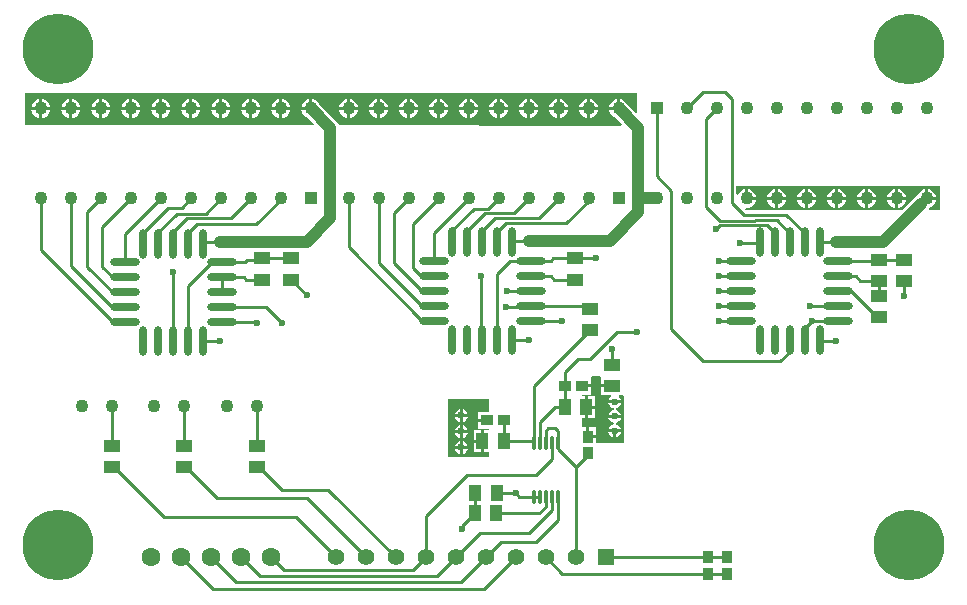
<source format=gtl>
G04*
G04 #@! TF.GenerationSoftware,Altium Limited,Altium Designer,18.1.11 (251)*
G04*
G04 Layer_Physical_Order=1*
G04 Layer_Color=255*
%FSLAX25Y25*%
%MOIN*%
G70*
G01*
G75*
%ADD11C,0.02362*%
%ADD15O,0.09843X0.02559*%
%ADD16O,0.02559X0.09843*%
%ADD17O,0.01378X0.05315*%
%ADD18R,0.03937X0.05315*%
%ADD19R,0.03740X0.04331*%
%ADD20R,0.04331X0.03740*%
%ADD21R,0.05315X0.03937*%
%ADD36C,0.01000*%
%ADD37C,0.03937*%
%ADD38R,0.04331X0.04331*%
%ADD39C,0.04331*%
%ADD40C,0.05504*%
%ADD41R,0.05504X0.05504*%
%ADD42C,0.06299*%
%ADD43C,0.23622*%
%ADD44C,0.02362*%
G36*
X208661Y160124D02*
X208200Y159932D01*
X205335Y162797D01*
X205245Y163014D01*
X204738Y163675D01*
X204077Y164182D01*
X203307Y164501D01*
X202980Y164544D01*
Y161417D01*
X202480D01*
Y160917D01*
X199354D01*
X199396Y160591D01*
X199715Y159821D01*
X200223Y159160D01*
X200884Y158652D01*
X201101Y158563D01*
X203552Y156111D01*
X203360Y155649D01*
X109177Y155771D01*
X108892Y156458D01*
X108416Y157078D01*
X102697Y162797D01*
X102607Y163014D01*
X102100Y163675D01*
X101439Y164182D01*
X100669Y164501D01*
X100343Y164544D01*
Y161417D01*
X99843D01*
Y160917D01*
X96716D01*
X96759Y160591D01*
X97078Y159821D01*
X97585Y159160D01*
X98246Y158652D01*
X98463Y158563D01*
X100782Y156244D01*
X100590Y155782D01*
X4724Y155905D01*
Y166535D01*
X208661D01*
Y160124D01*
D02*
G37*
G36*
X309449Y127559D02*
X306242D01*
X305983Y128000D01*
X306164Y128424D01*
X306714Y128652D01*
X307376Y129160D01*
X307883Y129821D01*
X308202Y130591D01*
X308245Y130917D01*
X305118D01*
Y131417D01*
X304618D01*
Y134544D01*
X304292Y134501D01*
X303522Y134182D01*
X302861Y133675D01*
X302353Y133014D01*
X302082Y132358D01*
X301889Y132278D01*
X301269Y131802D01*
X297025Y127559D01*
X244844D01*
X244680Y127778D01*
X244954Y128246D01*
X245118Y128225D01*
X245944Y128333D01*
X246714Y128652D01*
X247376Y129160D01*
X247883Y129821D01*
X248202Y130591D01*
X248245Y130917D01*
X245118D01*
Y131417D01*
X244618D01*
Y134544D01*
X244292Y134501D01*
X243522Y134182D01*
X242861Y133675D01*
X242353Y133014D01*
X242187Y132612D01*
X241687Y132712D01*
Y135433D01*
X309449D01*
Y127559D01*
D02*
G37*
G36*
X196673Y71866D02*
X196673Y71547D01*
Y69398D01*
X200330D01*
Y68398D01*
X196673D01*
Y65929D01*
X199769D01*
X199920Y65429D01*
X199609Y65221D01*
X199127Y64499D01*
X199057Y64148D01*
X203306D01*
X203236Y64499D01*
X202754Y65221D01*
X202442Y65429D01*
X202593Y65929D01*
X203831D01*
X203988Y65929D01*
X204331Y65571D01*
Y49902D01*
X194996D01*
Y51468D01*
X192126D01*
Y51968D01*
X191626D01*
Y55134D01*
X190157D01*
Y58153D01*
X191232D01*
Y61811D01*
Y65469D01*
X190157D01*
Y66028D01*
X193323D01*
Y68398D01*
X190157D01*
Y69398D01*
X193323D01*
Y71768D01*
X193707Y72047D01*
X196248D01*
X196673Y71866D01*
D02*
G37*
G36*
X159109Y60350D02*
X155496D01*
Y57980D01*
X158661D01*
Y56980D01*
X155496D01*
Y54610D01*
X159109D01*
Y54051D01*
X157587D01*
Y50394D01*
Y46736D01*
X159109D01*
Y45419D01*
X159016Y45325D01*
X145669D01*
Y64567D01*
X159109D01*
Y60350D01*
D02*
G37*
%LPC*%
G36*
X90342Y164544D02*
Y161917D01*
X92969D01*
X92926Y162244D01*
X92607Y163014D01*
X92100Y163675D01*
X91439Y164182D01*
X90669Y164501D01*
X90342Y164544D01*
D02*
G37*
G36*
X80343D02*
Y161917D01*
X82969D01*
X82926Y162244D01*
X82607Y163014D01*
X82100Y163675D01*
X81439Y164182D01*
X80669Y164501D01*
X80343Y164544D01*
D02*
G37*
G36*
X70342D02*
Y161917D01*
X72969D01*
X72926Y162244D01*
X72607Y163014D01*
X72100Y163675D01*
X71439Y164182D01*
X70669Y164501D01*
X70342Y164544D01*
D02*
G37*
G36*
X60343D02*
Y161917D01*
X62969D01*
X62926Y162244D01*
X62607Y163014D01*
X62100Y163675D01*
X61439Y164182D01*
X60669Y164501D01*
X60343Y164544D01*
D02*
G37*
G36*
X50343D02*
Y161917D01*
X52969D01*
X52926Y162244D01*
X52607Y163014D01*
X52100Y163675D01*
X51439Y164182D01*
X50669Y164501D01*
X50343Y164544D01*
D02*
G37*
G36*
X40343D02*
Y161917D01*
X42969D01*
X42926Y162244D01*
X42607Y163014D01*
X42100Y163675D01*
X41439Y164182D01*
X40669Y164501D01*
X40343Y164544D01*
D02*
G37*
G36*
X30343D02*
Y161917D01*
X32969D01*
X32926Y162244D01*
X32607Y163014D01*
X32100Y163675D01*
X31439Y164182D01*
X30669Y164501D01*
X30343Y164544D01*
D02*
G37*
G36*
X20343D02*
Y161917D01*
X22969D01*
X22926Y162244D01*
X22607Y163014D01*
X22100Y163675D01*
X21439Y164182D01*
X20669Y164501D01*
X20343Y164544D01*
D02*
G37*
G36*
X10343D02*
Y161917D01*
X12969D01*
X12926Y162244D01*
X12607Y163014D01*
X12100Y163675D01*
X11439Y164182D01*
X10669Y164501D01*
X10343Y164544D01*
D02*
G37*
G36*
X99343D02*
X99016Y164501D01*
X98246Y164182D01*
X97585Y163675D01*
X97078Y163014D01*
X96759Y162244D01*
X96716Y161917D01*
X99343D01*
Y164544D01*
D02*
G37*
G36*
X89342D02*
X89016Y164501D01*
X88246Y164182D01*
X87585Y163675D01*
X87078Y163014D01*
X86759Y162244D01*
X86716Y161917D01*
X89342D01*
Y164544D01*
D02*
G37*
G36*
X79343D02*
X79016Y164501D01*
X78246Y164182D01*
X77585Y163675D01*
X77078Y163014D01*
X76759Y162244D01*
X76716Y161917D01*
X79343D01*
Y164544D01*
D02*
G37*
G36*
X69342D02*
X69016Y164501D01*
X68246Y164182D01*
X67585Y163675D01*
X67078Y163014D01*
X66759Y162244D01*
X66716Y161917D01*
X69342D01*
Y164544D01*
D02*
G37*
G36*
X59342D02*
X59016Y164501D01*
X58246Y164182D01*
X57585Y163675D01*
X57078Y163014D01*
X56759Y162244D01*
X56716Y161917D01*
X59342D01*
Y164544D01*
D02*
G37*
G36*
X49343D02*
X49016Y164501D01*
X48246Y164182D01*
X47585Y163675D01*
X47078Y163014D01*
X46759Y162244D01*
X46716Y161917D01*
X49343D01*
Y164544D01*
D02*
G37*
G36*
X39342D02*
X39016Y164501D01*
X38246Y164182D01*
X37585Y163675D01*
X37078Y163014D01*
X36759Y162244D01*
X36716Y161917D01*
X39342D01*
Y164544D01*
D02*
G37*
G36*
X29342D02*
X29016Y164501D01*
X28246Y164182D01*
X27585Y163675D01*
X27078Y163014D01*
X26759Y162244D01*
X26716Y161917D01*
X29342D01*
Y164544D01*
D02*
G37*
G36*
X19342D02*
X19016Y164501D01*
X18246Y164182D01*
X17585Y163675D01*
X17078Y163014D01*
X16759Y162244D01*
X16716Y161917D01*
X19342D01*
Y164544D01*
D02*
G37*
G36*
X9342D02*
X9016Y164501D01*
X8246Y164182D01*
X7585Y163675D01*
X7078Y163014D01*
X6759Y162244D01*
X6716Y161917D01*
X9342D01*
Y164544D01*
D02*
G37*
G36*
X192980D02*
Y161917D01*
X195607D01*
X195564Y162244D01*
X195245Y163014D01*
X194738Y163675D01*
X194077Y164182D01*
X193307Y164501D01*
X192980Y164544D01*
D02*
G37*
G36*
X182980D02*
Y161917D01*
X185607D01*
X185564Y162244D01*
X185245Y163014D01*
X184738Y163675D01*
X184077Y164182D01*
X183307Y164501D01*
X182980Y164544D01*
D02*
G37*
G36*
X172980D02*
Y161917D01*
X175607D01*
X175564Y162244D01*
X175245Y163014D01*
X174738Y163675D01*
X174077Y164182D01*
X173307Y164501D01*
X172980Y164544D01*
D02*
G37*
G36*
X162980D02*
Y161917D01*
X165607D01*
X165564Y162244D01*
X165245Y163014D01*
X164738Y163675D01*
X164077Y164182D01*
X163307Y164501D01*
X162980Y164544D01*
D02*
G37*
G36*
X152980D02*
Y161917D01*
X155607D01*
X155564Y162244D01*
X155245Y163014D01*
X154738Y163675D01*
X154077Y164182D01*
X153307Y164501D01*
X152980Y164544D01*
D02*
G37*
G36*
X142980D02*
Y161917D01*
X145607D01*
X145564Y162244D01*
X145245Y163014D01*
X144738Y163675D01*
X144077Y164182D01*
X143307Y164501D01*
X142980Y164544D01*
D02*
G37*
G36*
X132980D02*
Y161917D01*
X135607D01*
X135564Y162244D01*
X135245Y163014D01*
X134738Y163675D01*
X134077Y164182D01*
X133307Y164501D01*
X132980Y164544D01*
D02*
G37*
G36*
X122980D02*
Y161917D01*
X125607D01*
X125564Y162244D01*
X125245Y163014D01*
X124738Y163675D01*
X124077Y164182D01*
X123307Y164501D01*
X122980Y164544D01*
D02*
G37*
G36*
X112980D02*
Y161917D01*
X115607D01*
X115564Y162244D01*
X115245Y163014D01*
X114738Y163675D01*
X114077Y164182D01*
X113307Y164501D01*
X112980Y164544D01*
D02*
G37*
G36*
X201980D02*
X201654Y164501D01*
X200884Y164182D01*
X200223Y163675D01*
X199715Y163014D01*
X199396Y162244D01*
X199354Y161917D01*
X201980D01*
Y164544D01*
D02*
G37*
G36*
X191980D02*
X191654Y164501D01*
X190884Y164182D01*
X190223Y163675D01*
X189715Y163014D01*
X189396Y162244D01*
X189354Y161917D01*
X191980D01*
Y164544D01*
D02*
G37*
G36*
X181980D02*
X181654Y164501D01*
X180884Y164182D01*
X180223Y163675D01*
X179715Y163014D01*
X179396Y162244D01*
X179353Y161917D01*
X181980D01*
Y164544D01*
D02*
G37*
G36*
X171980D02*
X171654Y164501D01*
X170884Y164182D01*
X170223Y163675D01*
X169715Y163014D01*
X169396Y162244D01*
X169353Y161917D01*
X171980D01*
Y164544D01*
D02*
G37*
G36*
X161980D02*
X161654Y164501D01*
X160884Y164182D01*
X160223Y163675D01*
X159715Y163014D01*
X159396Y162244D01*
X159353Y161917D01*
X161980D01*
Y164544D01*
D02*
G37*
G36*
X151980D02*
X151654Y164501D01*
X150884Y164182D01*
X150223Y163675D01*
X149715Y163014D01*
X149396Y162244D01*
X149354Y161917D01*
X151980D01*
Y164544D01*
D02*
G37*
G36*
X141980D02*
X141654Y164501D01*
X140884Y164182D01*
X140223Y163675D01*
X139715Y163014D01*
X139396Y162244D01*
X139354Y161917D01*
X141980D01*
Y164544D01*
D02*
G37*
G36*
X131980D02*
X131654Y164501D01*
X130884Y164182D01*
X130223Y163675D01*
X129715Y163014D01*
X129396Y162244D01*
X129353Y161917D01*
X131980D01*
Y164544D01*
D02*
G37*
G36*
X121980D02*
X121654Y164501D01*
X120884Y164182D01*
X120223Y163675D01*
X119715Y163014D01*
X119396Y162244D01*
X119353Y161917D01*
X121980D01*
Y164544D01*
D02*
G37*
G36*
X111980D02*
X111654Y164501D01*
X110884Y164182D01*
X110223Y163675D01*
X109715Y163014D01*
X109396Y162244D01*
X109353Y161917D01*
X111980D01*
Y164544D01*
D02*
G37*
G36*
X195607Y160917D02*
X192980D01*
Y158291D01*
X193307Y158333D01*
X194077Y158652D01*
X194738Y159160D01*
X195245Y159821D01*
X195564Y160591D01*
X195607Y160917D01*
D02*
G37*
G36*
X185607D02*
X182980D01*
Y158291D01*
X183307Y158333D01*
X184077Y158652D01*
X184738Y159160D01*
X185245Y159821D01*
X185564Y160591D01*
X185607Y160917D01*
D02*
G37*
G36*
X175607D02*
X172980D01*
Y158291D01*
X173307Y158333D01*
X174077Y158652D01*
X174738Y159160D01*
X175245Y159821D01*
X175564Y160591D01*
X175607Y160917D01*
D02*
G37*
G36*
X165607D02*
X162980D01*
Y158291D01*
X163307Y158333D01*
X164077Y158652D01*
X164738Y159160D01*
X165245Y159821D01*
X165564Y160591D01*
X165607Y160917D01*
D02*
G37*
G36*
X155607D02*
X152980D01*
Y158291D01*
X153307Y158333D01*
X154077Y158652D01*
X154738Y159160D01*
X155245Y159821D01*
X155564Y160591D01*
X155607Y160917D01*
D02*
G37*
G36*
X145607D02*
X142980D01*
Y158291D01*
X143307Y158333D01*
X144077Y158652D01*
X144738Y159160D01*
X145245Y159821D01*
X145564Y160591D01*
X145607Y160917D01*
D02*
G37*
G36*
X135607D02*
X132980D01*
Y158291D01*
X133307Y158333D01*
X134077Y158652D01*
X134738Y159160D01*
X135245Y159821D01*
X135564Y160591D01*
X135607Y160917D01*
D02*
G37*
G36*
X125607D02*
X122980D01*
Y158291D01*
X123307Y158333D01*
X124077Y158652D01*
X124738Y159160D01*
X125245Y159821D01*
X125564Y160591D01*
X125607Y160917D01*
D02*
G37*
G36*
X115607D02*
X112980D01*
Y158291D01*
X113307Y158333D01*
X114077Y158652D01*
X114738Y159160D01*
X115245Y159821D01*
X115564Y160591D01*
X115607Y160917D01*
D02*
G37*
G36*
X52969Y160917D02*
X50343D01*
Y158291D01*
X50669Y158333D01*
X51439Y158652D01*
X52100Y159160D01*
X52607Y159821D01*
X52926Y160591D01*
X52969Y160917D01*
D02*
G37*
G36*
X92969D02*
X90342D01*
Y158291D01*
X90669Y158333D01*
X91439Y158652D01*
X92100Y159160D01*
X92607Y159821D01*
X92926Y160591D01*
X92969Y160917D01*
D02*
G37*
G36*
X82969D02*
X80343D01*
Y158291D01*
X80669Y158333D01*
X81439Y158652D01*
X82100Y159160D01*
X82607Y159821D01*
X82926Y160591D01*
X82969Y160917D01*
D02*
G37*
G36*
X72969D02*
X70342D01*
Y158291D01*
X70669Y158333D01*
X71439Y158652D01*
X72100Y159160D01*
X72607Y159821D01*
X72926Y160591D01*
X72969Y160917D01*
D02*
G37*
G36*
X62969D02*
X60343D01*
Y158291D01*
X60669Y158333D01*
X61439Y158652D01*
X62100Y159160D01*
X62607Y159821D01*
X62926Y160591D01*
X62969Y160917D01*
D02*
G37*
G36*
X42969D02*
X40343D01*
Y158291D01*
X40669Y158333D01*
X41439Y158652D01*
X42100Y159160D01*
X42607Y159821D01*
X42926Y160591D01*
X42969Y160917D01*
D02*
G37*
G36*
X32969D02*
X30343D01*
Y158291D01*
X30669Y158333D01*
X31439Y158652D01*
X32100Y159160D01*
X32607Y159821D01*
X32926Y160591D01*
X32969Y160917D01*
D02*
G37*
G36*
X22969D02*
X20343D01*
Y158291D01*
X20669Y158333D01*
X21439Y158652D01*
X22100Y159160D01*
X22607Y159821D01*
X22926Y160591D01*
X22969Y160917D01*
D02*
G37*
G36*
X12969D02*
X10343D01*
Y158291D01*
X10669Y158333D01*
X11439Y158652D01*
X12100Y159160D01*
X12607Y159821D01*
X12926Y160591D01*
X12969Y160917D01*
D02*
G37*
G36*
X89342D02*
X86716D01*
X86759Y160591D01*
X87078Y159821D01*
X87585Y159160D01*
X88246Y158652D01*
X89016Y158333D01*
X89342Y158291D01*
Y160917D01*
D02*
G37*
G36*
X79343D02*
X76716D01*
X76759Y160591D01*
X77078Y159821D01*
X77585Y159160D01*
X78246Y158652D01*
X79016Y158333D01*
X79343Y158291D01*
Y160917D01*
D02*
G37*
G36*
X69342D02*
X66716D01*
X66759Y160591D01*
X67078Y159821D01*
X67585Y159160D01*
X68246Y158652D01*
X69016Y158333D01*
X69342Y158291D01*
Y160917D01*
D02*
G37*
G36*
X59342D02*
X56716D01*
X56759Y160591D01*
X57078Y159821D01*
X57585Y159160D01*
X58246Y158652D01*
X59016Y158333D01*
X59342Y158291D01*
Y160917D01*
D02*
G37*
G36*
X49343D02*
X46716D01*
X46759Y160591D01*
X47078Y159821D01*
X47585Y159160D01*
X48246Y158652D01*
X49016Y158333D01*
X49343Y158291D01*
Y160917D01*
D02*
G37*
G36*
X39342D02*
X36716D01*
X36759Y160591D01*
X37078Y159821D01*
X37585Y159160D01*
X38246Y158652D01*
X39016Y158333D01*
X39342Y158291D01*
Y160917D01*
D02*
G37*
G36*
X29342D02*
X26716D01*
X26759Y160591D01*
X27078Y159821D01*
X27585Y159160D01*
X28246Y158652D01*
X29016Y158333D01*
X29342Y158291D01*
Y160917D01*
D02*
G37*
G36*
X19342D02*
X16716D01*
X16759Y160591D01*
X17078Y159821D01*
X17585Y159160D01*
X18246Y158652D01*
X19016Y158333D01*
X19342Y158291D01*
Y160917D01*
D02*
G37*
G36*
X9342D02*
X6716D01*
X6759Y160591D01*
X7078Y159821D01*
X7585Y159160D01*
X8246Y158652D01*
X9016Y158333D01*
X9342Y158291D01*
Y160917D01*
D02*
G37*
G36*
X191980Y160917D02*
X189354D01*
X189396Y160591D01*
X189715Y159821D01*
X190223Y159160D01*
X190884Y158652D01*
X191654Y158333D01*
X191980Y158291D01*
Y160917D01*
D02*
G37*
G36*
X181980D02*
X179353D01*
X179396Y160591D01*
X179715Y159821D01*
X180223Y159160D01*
X180884Y158652D01*
X181654Y158333D01*
X181980Y158291D01*
Y160917D01*
D02*
G37*
G36*
X171980D02*
X169353D01*
X169396Y160591D01*
X169715Y159821D01*
X170223Y159160D01*
X170884Y158652D01*
X171654Y158333D01*
X171980Y158291D01*
Y160917D01*
D02*
G37*
G36*
X161980D02*
X159353D01*
X159396Y160591D01*
X159715Y159821D01*
X160223Y159160D01*
X160884Y158652D01*
X161654Y158333D01*
X161980Y158291D01*
Y160917D01*
D02*
G37*
G36*
X151980D02*
X149354D01*
X149396Y160591D01*
X149715Y159821D01*
X150223Y159160D01*
X150884Y158652D01*
X151654Y158333D01*
X151980Y158291D01*
Y160917D01*
D02*
G37*
G36*
X141980D02*
X139354D01*
X139396Y160591D01*
X139715Y159821D01*
X140223Y159160D01*
X140884Y158652D01*
X141654Y158333D01*
X141980Y158291D01*
Y160917D01*
D02*
G37*
G36*
X131980D02*
X129353D01*
X129396Y160591D01*
X129715Y159821D01*
X130223Y159160D01*
X130884Y158652D01*
X131654Y158333D01*
X131980Y158291D01*
Y160917D01*
D02*
G37*
G36*
X121980D02*
X119353D01*
X119396Y160591D01*
X119715Y159821D01*
X120223Y159160D01*
X120884Y158652D01*
X121654Y158333D01*
X121980Y158291D01*
Y160917D01*
D02*
G37*
G36*
X111980D02*
X109353D01*
X109396Y160591D01*
X109715Y159821D01*
X110223Y159160D01*
X110884Y158652D01*
X111654Y158333D01*
X111980Y158291D01*
Y160917D01*
D02*
G37*
G36*
X305618Y134544D02*
Y131917D01*
X308245D01*
X308202Y132244D01*
X307883Y133014D01*
X307376Y133675D01*
X306714Y134182D01*
X305944Y134501D01*
X305618Y134544D01*
D02*
G37*
G36*
X295618D02*
Y131917D01*
X298245D01*
X298202Y132244D01*
X297883Y133014D01*
X297376Y133675D01*
X296714Y134182D01*
X295944Y134501D01*
X295618Y134544D01*
D02*
G37*
G36*
X285618D02*
Y131917D01*
X288245D01*
X288202Y132244D01*
X287883Y133014D01*
X287376Y133675D01*
X286714Y134182D01*
X285944Y134501D01*
X285618Y134544D01*
D02*
G37*
G36*
X275618D02*
Y131917D01*
X278245D01*
X278202Y132244D01*
X277883Y133014D01*
X277376Y133675D01*
X276714Y134182D01*
X275944Y134501D01*
X275618Y134544D01*
D02*
G37*
G36*
X265618D02*
Y131917D01*
X268245D01*
X268202Y132244D01*
X267883Y133014D01*
X267376Y133675D01*
X266714Y134182D01*
X265944Y134501D01*
X265618Y134544D01*
D02*
G37*
G36*
X255618D02*
Y131917D01*
X258245D01*
X258202Y132244D01*
X257883Y133014D01*
X257376Y133675D01*
X256714Y134182D01*
X255944Y134501D01*
X255618Y134544D01*
D02*
G37*
G36*
X245618D02*
Y131917D01*
X248245D01*
X248202Y132244D01*
X247883Y133014D01*
X247376Y133675D01*
X246714Y134182D01*
X245944Y134501D01*
X245618Y134544D01*
D02*
G37*
G36*
X294618D02*
X294292Y134501D01*
X293522Y134182D01*
X292861Y133675D01*
X292353Y133014D01*
X292034Y132244D01*
X291991Y131917D01*
X294618D01*
Y134544D01*
D02*
G37*
G36*
X284618D02*
X284292Y134501D01*
X283522Y134182D01*
X282861Y133675D01*
X282353Y133014D01*
X282034Y132244D01*
X281991Y131917D01*
X284618D01*
Y134544D01*
D02*
G37*
G36*
X274618D02*
X274292Y134501D01*
X273522Y134182D01*
X272861Y133675D01*
X272353Y133014D01*
X272034Y132244D01*
X271991Y131917D01*
X274618D01*
Y134544D01*
D02*
G37*
G36*
X264618D02*
X264292Y134501D01*
X263522Y134182D01*
X262861Y133675D01*
X262353Y133014D01*
X262034Y132244D01*
X261991Y131917D01*
X264618D01*
Y134544D01*
D02*
G37*
G36*
X254618D02*
X254292Y134501D01*
X253522Y134182D01*
X252861Y133675D01*
X252353Y133014D01*
X252034Y132244D01*
X251991Y131917D01*
X254618D01*
Y134544D01*
D02*
G37*
G36*
X298245Y130917D02*
X295618D01*
Y128290D01*
X295944Y128333D01*
X296714Y128652D01*
X297376Y129160D01*
X297883Y129821D01*
X298202Y130591D01*
X298245Y130917D01*
D02*
G37*
G36*
X288245D02*
X285618D01*
Y128290D01*
X285944Y128333D01*
X286714Y128652D01*
X287376Y129160D01*
X287883Y129821D01*
X288202Y130591D01*
X288245Y130917D01*
D02*
G37*
G36*
X278245D02*
X275618D01*
Y128290D01*
X275944Y128333D01*
X276714Y128652D01*
X277376Y129160D01*
X277883Y129821D01*
X278202Y130591D01*
X278245Y130917D01*
D02*
G37*
G36*
X268245D02*
X265618D01*
Y128290D01*
X265944Y128333D01*
X266714Y128652D01*
X267376Y129160D01*
X267883Y129821D01*
X268202Y130591D01*
X268245Y130917D01*
D02*
G37*
G36*
X258245D02*
X255618D01*
Y128290D01*
X255944Y128333D01*
X256714Y128652D01*
X257376Y129160D01*
X257883Y129821D01*
X258202Y130591D01*
X258245Y130917D01*
D02*
G37*
G36*
X264618D02*
X261991D01*
X262034Y130591D01*
X262353Y129821D01*
X262861Y129160D01*
X263522Y128652D01*
X264292Y128333D01*
X264618Y128290D01*
Y130917D01*
D02*
G37*
G36*
X294618D02*
X291991D01*
X292034Y130591D01*
X292353Y129821D01*
X292861Y129160D01*
X293522Y128652D01*
X294292Y128333D01*
X294618Y128290D01*
Y130917D01*
D02*
G37*
G36*
X284618D02*
X281991D01*
X282034Y130591D01*
X282353Y129821D01*
X282861Y129160D01*
X283522Y128652D01*
X284292Y128333D01*
X284618Y128290D01*
Y130917D01*
D02*
G37*
G36*
X274618D02*
X271991D01*
X272034Y130591D01*
X272353Y129821D01*
X272861Y129160D01*
X273522Y128652D01*
X274292Y128333D01*
X274618Y128290D01*
Y130917D01*
D02*
G37*
G36*
X254618D02*
X251991D01*
X252034Y130591D01*
X252353Y129821D01*
X252861Y129160D01*
X253522Y128652D01*
X254292Y128333D01*
X254618Y128290D01*
Y130917D01*
D02*
G37*
G36*
X194701Y65469D02*
X192232D01*
Y62311D01*
X194701D01*
Y65469D01*
D02*
G37*
G36*
X203306Y63148D02*
X199057D01*
X199127Y62797D01*
X199609Y62076D01*
X200330Y61594D01*
X200925Y61475D01*
Y60966D01*
X200330Y60847D01*
X199609Y60365D01*
X199127Y59644D01*
X199057Y59293D01*
X203306D01*
X203236Y59644D01*
X202754Y60365D01*
X202032Y60847D01*
X201437Y60966D01*
Y61475D01*
X202032Y61594D01*
X202754Y62076D01*
X203236Y62797D01*
X203306Y63148D01*
D02*
G37*
G36*
X194701Y61311D02*
X192232D01*
Y58153D01*
X194701D01*
Y61311D01*
D02*
G37*
G36*
X203306Y58293D02*
X199057D01*
X199127Y57942D01*
X199609Y57220D01*
X200330Y56738D01*
X200925Y56620D01*
Y56110D01*
X200330Y55992D01*
X199609Y55510D01*
X199127Y54788D01*
X199057Y54437D01*
X203306D01*
X203236Y54788D01*
X202754Y55510D01*
X202032Y55992D01*
X201437Y56110D01*
Y56620D01*
X202032Y56738D01*
X202754Y57220D01*
X203236Y57942D01*
X203306Y58293D01*
D02*
G37*
G36*
X194996Y55134D02*
X192626D01*
Y52469D01*
X194996D01*
Y55134D01*
D02*
G37*
G36*
X203306Y53437D02*
X201681D01*
Y51813D01*
X202032Y51882D01*
X202754Y52364D01*
X203236Y53086D01*
X203306Y53437D01*
D02*
G37*
G36*
X200681D02*
X199057D01*
X199127Y53086D01*
X199609Y52364D01*
X200330Y51882D01*
X200681Y51813D01*
Y53437D01*
D02*
G37*
G36*
X150500Y61180D02*
Y59555D01*
X152124D01*
X152055Y59906D01*
X151573Y60628D01*
X150851Y61110D01*
X150500Y61180D01*
D02*
G37*
G36*
X149500D02*
X149149Y61110D01*
X148427Y60628D01*
X147945Y59906D01*
X147876Y59555D01*
X149500D01*
Y61180D01*
D02*
G37*
G36*
X152124Y58555D02*
X150500D01*
Y56931D01*
X150851Y57001D01*
X151573Y57483D01*
X152055Y58204D01*
X152124Y58555D01*
D02*
G37*
G36*
X149500D02*
X147876D01*
X147945Y58204D01*
X148427Y57483D01*
X149149Y57001D01*
X149500Y56931D01*
Y58555D01*
D02*
G37*
G36*
X150500Y55865D02*
Y54240D01*
X152124D01*
X152055Y54591D01*
X151573Y55313D01*
X150851Y55795D01*
X150500Y55865D01*
D02*
G37*
G36*
X149500D02*
X149149Y55795D01*
X148427Y55313D01*
X147945Y54591D01*
X147876Y54240D01*
X149500D01*
Y55865D01*
D02*
G37*
G36*
X152124Y53240D02*
X150500D01*
Y51616D01*
X150851Y51686D01*
X151573Y52168D01*
X152055Y52889D01*
X152124Y53240D01*
D02*
G37*
G36*
X149500D02*
X147876D01*
X147945Y52889D01*
X148427Y52168D01*
X149149Y51686D01*
X149500Y51616D01*
Y53240D01*
D02*
G37*
G36*
X156587Y54051D02*
X154118D01*
Y50894D01*
X156587D01*
Y54051D01*
D02*
G37*
G36*
X150500Y50550D02*
Y48925D01*
X152124D01*
X152055Y49276D01*
X151573Y49998D01*
X150851Y50480D01*
X150500Y50550D01*
D02*
G37*
G36*
X149500D02*
X149149Y50480D01*
X148427Y49998D01*
X147945Y49276D01*
X147876Y48925D01*
X149500D01*
Y50550D01*
D02*
G37*
G36*
X156587Y49894D02*
X154118D01*
Y46736D01*
X156587D01*
Y49894D01*
D02*
G37*
G36*
X152124Y47925D02*
X150500D01*
Y46301D01*
X150851Y46371D01*
X151573Y46853D01*
X152055Y47574D01*
X152124Y47925D01*
D02*
G37*
G36*
X149500D02*
X147876D01*
X147945Y47574D01*
X148427Y46853D01*
X149149Y46371D01*
X149500Y46301D01*
Y47925D01*
D02*
G37*
%LPD*%
D11*
X274803Y116929D02*
X274902Y117027D01*
D15*
X275689Y90492D02*
D03*
Y95492D02*
D03*
Y100492D02*
D03*
Y105492D02*
D03*
Y110492D02*
D03*
X243209D02*
D03*
Y105492D02*
D03*
Y100492D02*
D03*
Y95492D02*
D03*
Y90492D02*
D03*
X37815Y90098D02*
D03*
Y95098D02*
D03*
Y100098D02*
D03*
Y105098D02*
D03*
Y110098D02*
D03*
X70295D02*
D03*
Y105098D02*
D03*
Y100098D02*
D03*
Y95098D02*
D03*
Y90098D02*
D03*
X173327Y90492D02*
D03*
Y95492D02*
D03*
Y100492D02*
D03*
Y105492D02*
D03*
Y110492D02*
D03*
X140847D02*
D03*
Y105492D02*
D03*
Y100492D02*
D03*
Y95492D02*
D03*
Y90492D02*
D03*
D16*
X269449Y116732D02*
D03*
X264449D02*
D03*
X259449D02*
D03*
X254449D02*
D03*
X249449D02*
D03*
Y84252D02*
D03*
X254449D02*
D03*
X259449D02*
D03*
X264449D02*
D03*
X269449D02*
D03*
X64055Y83858D02*
D03*
X59055D02*
D03*
X54055D02*
D03*
X49055D02*
D03*
X44055D02*
D03*
Y116339D02*
D03*
X49055D02*
D03*
X54055D02*
D03*
X59055D02*
D03*
X64055D02*
D03*
X167087Y116732D02*
D03*
X162087D02*
D03*
X157087D02*
D03*
X152087D02*
D03*
X147087D02*
D03*
Y84252D02*
D03*
X152087D02*
D03*
X157087D02*
D03*
X162087D02*
D03*
X167087D02*
D03*
D17*
X174227Y31988D02*
D03*
X176196D02*
D03*
X178164D02*
D03*
X180132D02*
D03*
X182101D02*
D03*
X174227Y49902D02*
D03*
X176196D02*
D03*
X178164D02*
D03*
X180132D02*
D03*
X182101D02*
D03*
D18*
X154621Y26378D02*
D03*
X161707D02*
D03*
X154724Y33071D02*
D03*
X161811D02*
D03*
X164173Y50394D02*
D03*
X157087D02*
D03*
X184646Y61811D02*
D03*
X191732D02*
D03*
D19*
X192126Y46457D02*
D03*
Y51968D02*
D03*
X232283Y6299D02*
D03*
Y11811D02*
D03*
X238583Y6299D02*
D03*
Y11811D02*
D03*
D20*
X158661Y57480D02*
D03*
X164173D02*
D03*
X190157Y68898D02*
D03*
X184646D02*
D03*
D21*
X33465Y41732D02*
D03*
Y48819D02*
D03*
X57480Y41732D02*
D03*
Y48819D02*
D03*
X82047Y48819D02*
D03*
Y41732D02*
D03*
X289370Y98819D02*
D03*
Y91732D02*
D03*
Y111024D02*
D03*
Y103937D02*
D03*
X297638Y103937D02*
D03*
Y111024D02*
D03*
X200330Y75984D02*
D03*
Y68898D02*
D03*
X192913Y94488D02*
D03*
Y87402D02*
D03*
X187795Y111417D02*
D03*
Y104331D02*
D03*
X83465Y104331D02*
D03*
Y111417D02*
D03*
X93307D02*
D03*
Y104331D02*
D03*
D36*
X259449Y116732D02*
Y119694D01*
X255096Y124047D02*
X259449Y119694D01*
X247927Y124047D02*
X255096D01*
X254449Y116732D02*
Y119961D01*
X251862Y122547D02*
X254449Y119961D01*
X248549Y122547D02*
X251862D01*
X248517Y122516D02*
X248549Y122547D01*
X236295Y122516D02*
X248517D01*
X235039Y121260D02*
X236295Y122516D01*
X236122Y124016D02*
X247896D01*
X231453Y128685D02*
X236122Y124016D01*
X247896D02*
X247927Y124047D01*
X297638Y98819D02*
Y103937D01*
X289370Y98819D02*
Y103937D01*
X281516Y105492D02*
X283071Y103937D01*
X289370D01*
X275689Y110492D02*
X289370D01*
Y111024D02*
X289370Y111024D01*
X297638D01*
X200330Y81039D02*
X200394Y81102D01*
X200330Y75984D02*
Y81039D01*
X192913Y77953D02*
X201969Y87008D01*
X188976Y77953D02*
X192913D01*
X201969Y87008D02*
X208661D01*
X64055Y116929D02*
X69685D01*
X231496Y6299D02*
X231890Y5906D01*
X269449Y116240D02*
X270138Y116929D01*
X225118Y161417D02*
X230630Y166929D01*
X237795D01*
X240158Y164567D01*
Y129921D02*
Y164567D01*
X231496Y157795D02*
X235118Y161417D01*
X231496Y133022D02*
Y157795D01*
X220079Y87795D02*
Y133787D01*
Y87795D02*
X230709Y77165D01*
X231453Y132979D02*
X231496Y133022D01*
X242913Y116535D02*
X249252D01*
X249449Y116732D01*
X215118Y138748D02*
X220079Y133787D01*
X240158Y129921D02*
X244094Y125984D01*
X258268D01*
X264449Y119803D01*
Y116732D02*
Y119803D01*
X231453Y128685D02*
Y132979D01*
X235827Y90492D02*
X243209D01*
X235827Y100492D02*
X241732D01*
X235827Y105492D02*
X241732D01*
X243071Y110630D02*
X243209Y110492D01*
X235827Y110630D02*
X243071D01*
X215118Y138748D02*
Y161417D01*
X230709Y77165D02*
X256299D01*
X259449Y80315D01*
Y84252D01*
X56772Y128347D02*
X59842Y131417D01*
X52362Y128347D02*
X56772D01*
X44055Y120039D02*
X52362Y128347D01*
X157534Y1181D02*
X168164Y11811D01*
X67323Y1181D02*
X157534D01*
X56693Y11811D02*
X67323Y1181D01*
X149912Y3559D02*
X158164Y11811D01*
X74945Y3559D02*
X149912D01*
X66693Y11811D02*
X74945Y3559D01*
X141881Y5528D02*
X148164Y11811D01*
X82976Y5528D02*
X141881D01*
X76693Y11811D02*
X82976Y5528D01*
X70295Y110098D02*
X77815D01*
X70295Y100098D02*
Y105098D01*
Y90098D02*
X81555D01*
X81890Y89764D01*
X59055Y83858D02*
Y102362D01*
X66791Y110098D01*
X70295D01*
X77815D02*
X78555Y110839D01*
X82886D01*
X83465Y111417D01*
X78327Y104331D02*
X83465D01*
X77559Y105098D02*
X78327Y104331D01*
X70295Y105098D02*
X77559D01*
X83465Y111417D02*
X92913D01*
X93307Y111024D01*
Y104331D02*
X98573Y99065D01*
X86693Y11811D02*
X90945Y7559D01*
X133912D01*
X138164Y11811D01*
X198164D02*
X231496D01*
X178164D02*
X183676Y6299D01*
X231496D01*
X232283Y11811D02*
X238583D01*
X232283Y6299D02*
X238583D01*
X182101Y49902D02*
Y53937D01*
X181314Y54724D02*
X182101Y53937D01*
X178951Y54724D02*
X181314D01*
X178164Y53937D02*
X178951Y54724D01*
X178164Y49902D02*
Y53937D01*
X158164Y11811D02*
X163386Y17033D01*
X182101Y24331D02*
Y31988D01*
X174803Y17033D02*
X182101Y24331D01*
X163386Y17033D02*
X174803D01*
X180132Y27377D02*
Y31988D01*
X172702Y19946D02*
X180132Y27377D01*
X156299Y19946D02*
X172702D01*
X148164Y11811D02*
X156299Y19946D01*
X174227Y31988D02*
X176196D01*
X178164Y28558D02*
Y31988D01*
X175984Y26378D02*
X178164Y28558D01*
X162205Y26378D02*
X175984D01*
X174803Y39370D02*
X180132Y44699D01*
X138164Y11811D02*
Y25566D01*
X151969Y39370D01*
X174803D01*
X154724Y26482D02*
Y33071D01*
X154621Y26378D02*
X154724Y26482D01*
X161811Y33071D02*
X168110D01*
X169193Y31988D01*
X174227D01*
X150394Y21260D02*
Y22151D01*
X154621Y26378D01*
X94778Y25197D02*
X108164Y11811D01*
X98479Y31496D02*
X118164Y11811D01*
X82047Y41732D02*
X82677D01*
X90158Y34252D01*
X105723D01*
X128164Y11811D01*
X33622Y49370D02*
Y62205D01*
X33071Y48819D02*
X33622Y49370D01*
X57638Y49370D02*
Y62205D01*
X57087Y48819D02*
X57638Y49370D01*
X82047Y48819D02*
Y62205D01*
X34272Y41732D02*
X50807Y25197D01*
X94778D01*
X33071Y41732D02*
X33465D01*
X34272D01*
X58268Y41732D02*
X68504Y31496D01*
X98479D01*
X180132Y44699D02*
Y49902D01*
X182101Y47820D02*
Y49902D01*
Y47820D02*
X188164Y41757D01*
Y11811D02*
Y41757D01*
X164173Y50394D02*
Y57480D01*
Y50394D02*
X173735D01*
X174227Y49902D01*
X181102Y61811D02*
X184646D01*
X176196Y49902D02*
Y56904D01*
X181102Y61811D01*
X188164Y41757D02*
X191732Y45325D01*
Y46457D01*
X33878Y105098D02*
X37815D01*
X25197Y108661D02*
X33760Y100098D01*
X37815D01*
X30315Y108661D02*
X33878Y105098D01*
X19842Y108898D02*
Y131417D01*
Y108898D02*
X33642Y95098D01*
X37815D01*
X9843Y114173D02*
Y131417D01*
Y114173D02*
X33917Y90098D01*
X37815D01*
X25197Y108661D02*
Y126772D01*
X29842Y131417D01*
X30315Y108661D02*
Y121890D01*
X39843Y131417D01*
X48740Y130315D02*
X49843Y131417D01*
X48425Y130315D02*
X48740D01*
X37815Y110098D02*
Y119705D01*
X48425Y130315D01*
X64055Y83858D02*
X69685D01*
X269547D02*
X274803D01*
X269449Y83760D02*
X269547Y83858D01*
X167677Y117323D02*
X172441D01*
X167087Y116732D02*
X167677Y117323D01*
X167087Y84252D02*
X172441D01*
X127559Y126496D02*
X132480Y131417D01*
X112480Y115079D02*
Y131417D01*
Y115079D02*
X137067Y90492D01*
X140847D01*
X122480Y109803D02*
X136791Y95492D01*
X122480Y109803D02*
Y131417D01*
X136791Y95492D02*
X140847D01*
X127559Y109843D02*
X136909Y100492D01*
X127559Y109843D02*
Y126496D01*
X136909Y100492D02*
X140847D01*
X136634Y105492D02*
X140847D01*
Y110492D02*
Y119783D01*
X152480Y131417D01*
X192480Y130638D02*
Y131417D01*
X59055Y116339D02*
Y120039D01*
X54055Y116339D02*
Y120197D01*
X49055Y116339D02*
Y120315D01*
X44055Y116339D02*
Y120039D01*
X157087Y116732D02*
Y120473D01*
X162087Y116732D02*
Y120354D01*
X152087Y116732D02*
Y120591D01*
X147087Y116732D02*
Y120709D01*
X154331Y127953D01*
X159016D01*
X162480Y131417D01*
X162087Y120354D02*
X164961Y123228D01*
X185071D01*
X192480Y130638D01*
X59055Y120039D02*
X61850Y122835D01*
X81653D01*
X89842Y131024D01*
X157087Y120473D02*
X161417Y124803D01*
X175866D01*
X182480Y131417D01*
X152087Y120591D02*
X157874Y126378D01*
X167441D01*
X172480Y131417D01*
X49055Y120315D02*
X55098Y126358D01*
X64784D01*
X69842Y131417D01*
X54055Y120197D02*
X58661Y124803D01*
X73228D01*
X79843Y131417D01*
X70295Y95098D02*
X84823D01*
X90158Y89764D01*
X156693Y84646D02*
X157087Y84252D01*
X156693Y84646D02*
Y105512D01*
X54055Y83858D02*
Y106968D01*
X165354Y100394D02*
X173228D01*
X173327Y100492D01*
X164961Y95276D02*
X173110D01*
X173327Y95492D01*
Y110492D02*
X179783D01*
X180709Y111417D01*
X173327Y105492D02*
X179764D01*
X180925Y104331D01*
X187795D01*
X180709Y111417D02*
X187795D01*
X173327Y95492D02*
X191909D01*
X192913Y94488D01*
X174227Y68715D02*
X192913Y87402D01*
X174227Y49902D02*
Y68715D01*
X184646Y61811D02*
Y68685D01*
Y68898D02*
Y73622D01*
X188976Y77953D01*
X270138Y116929D02*
X274803D01*
X275689Y100492D02*
X279823D01*
X288583Y91732D01*
X289370D01*
X275689Y105492D02*
X281516D01*
X235827Y95492D02*
X243209D01*
X249449Y116732D02*
Y120315D01*
X173386Y90551D02*
X183465D01*
X173327Y90492D02*
X173386Y90551D01*
X266142Y95669D02*
X275512D01*
X275689Y95492D01*
X266870Y90492D02*
X275689D01*
X264449Y88071D02*
X266870Y90492D01*
X264449Y84252D02*
Y88071D01*
X166294Y110492D02*
X173327D01*
X162087Y106285D02*
X166294Y110492D01*
X162087Y84252D02*
Y106285D01*
X231496Y11811D02*
X231890Y11417D01*
X187795Y111417D02*
X194882D01*
X187795Y111417D02*
X187795Y111417D01*
X57087Y41732D02*
X58268D01*
X99343Y161917D02*
X99843Y161417D01*
X133858Y108268D02*
X136634Y105492D01*
X133858Y108268D02*
Y122795D01*
X142480Y131417D01*
D37*
X209134D02*
X215118D01*
X209055Y126772D02*
Y131496D01*
Y154842D01*
X290728Y117027D02*
X303386Y129685D01*
X274902Y117027D02*
X290728D01*
X69685Y116929D02*
X98425D01*
X106299Y124803D01*
Y154961D01*
X172441Y117323D02*
X199606D01*
X209055Y126772D01*
X99843Y161417D02*
X106299Y154961D01*
X202480Y161417D02*
X209055Y154842D01*
D38*
X215118Y161417D02*
D03*
X99843Y131417D02*
D03*
X202480D02*
D03*
D39*
X225118Y161417D02*
D03*
X235118D02*
D03*
X245118D02*
D03*
X255118D02*
D03*
X265118D02*
D03*
X275118D02*
D03*
X285118D02*
D03*
X295118D02*
D03*
X305118D02*
D03*
X215118Y131417D02*
D03*
X225118D02*
D03*
X235118D02*
D03*
X245118D02*
D03*
X255118D02*
D03*
X265118D02*
D03*
X275118D02*
D03*
X285118D02*
D03*
X295118D02*
D03*
X305118D02*
D03*
X9843Y161417D02*
D03*
X19842D02*
D03*
X29842D02*
D03*
X39843D02*
D03*
X49843D02*
D03*
X59842D02*
D03*
X69842D02*
D03*
X79843D02*
D03*
X89842D02*
D03*
X99843D02*
D03*
X9843Y131417D02*
D03*
X19842D02*
D03*
X29842D02*
D03*
X39843D02*
D03*
X49843D02*
D03*
X59842D02*
D03*
X69842D02*
D03*
X79843D02*
D03*
X89842D02*
D03*
X23622Y62205D02*
D03*
X33622D02*
D03*
X57638D02*
D03*
X47638D02*
D03*
X72047D02*
D03*
X82047D02*
D03*
X112480Y161417D02*
D03*
X122480D02*
D03*
X132480D02*
D03*
X142480D02*
D03*
X152480D02*
D03*
X162480D02*
D03*
X172480D02*
D03*
X182480D02*
D03*
X192480D02*
D03*
X202480D02*
D03*
X112480Y131417D02*
D03*
X122480D02*
D03*
X132480D02*
D03*
X142480D02*
D03*
X152480D02*
D03*
X162480D02*
D03*
X172480D02*
D03*
X182480D02*
D03*
X192480D02*
D03*
D40*
X108164Y11811D02*
D03*
X118164D02*
D03*
X128164D02*
D03*
X138164D02*
D03*
X148164D02*
D03*
X158164D02*
D03*
X168164D02*
D03*
X178164D02*
D03*
X188164D02*
D03*
D41*
X198164D02*
D03*
D42*
X86693D02*
D03*
X76693D02*
D03*
X46693D02*
D03*
X66693D02*
D03*
X56693D02*
D03*
D43*
X15748Y15748D02*
D03*
Y181102D02*
D03*
X299213D02*
D03*
Y15748D02*
D03*
D44*
X297638Y98819D02*
D03*
X200394Y81102D02*
D03*
X235039Y121260D02*
D03*
X242913Y116535D02*
D03*
X235827Y90492D02*
D03*
Y95492D02*
D03*
Y100492D02*
D03*
Y105492D02*
D03*
Y110630D02*
D03*
X81890Y89764D02*
D03*
X168110Y33071D02*
D03*
X150394Y21260D02*
D03*
X98573Y99065D02*
D03*
X69685Y116929D02*
D03*
Y83858D02*
D03*
X172441Y117323D02*
D03*
Y84252D02*
D03*
X274803Y116929D02*
D03*
Y83858D02*
D03*
X90158Y89764D02*
D03*
X156693Y105512D02*
D03*
X54055Y106968D02*
D03*
X165354Y100394D02*
D03*
X164961Y95276D02*
D03*
X183465Y90551D02*
D03*
X208661Y87008D02*
D03*
X266142Y95669D02*
D03*
X150000Y48425D02*
D03*
Y53740D02*
D03*
Y59055D02*
D03*
X201181Y53937D02*
D03*
Y58793D02*
D03*
Y63648D02*
D03*
X266870Y90492D02*
D03*
X194882Y111417D02*
D03*
M02*

</source>
